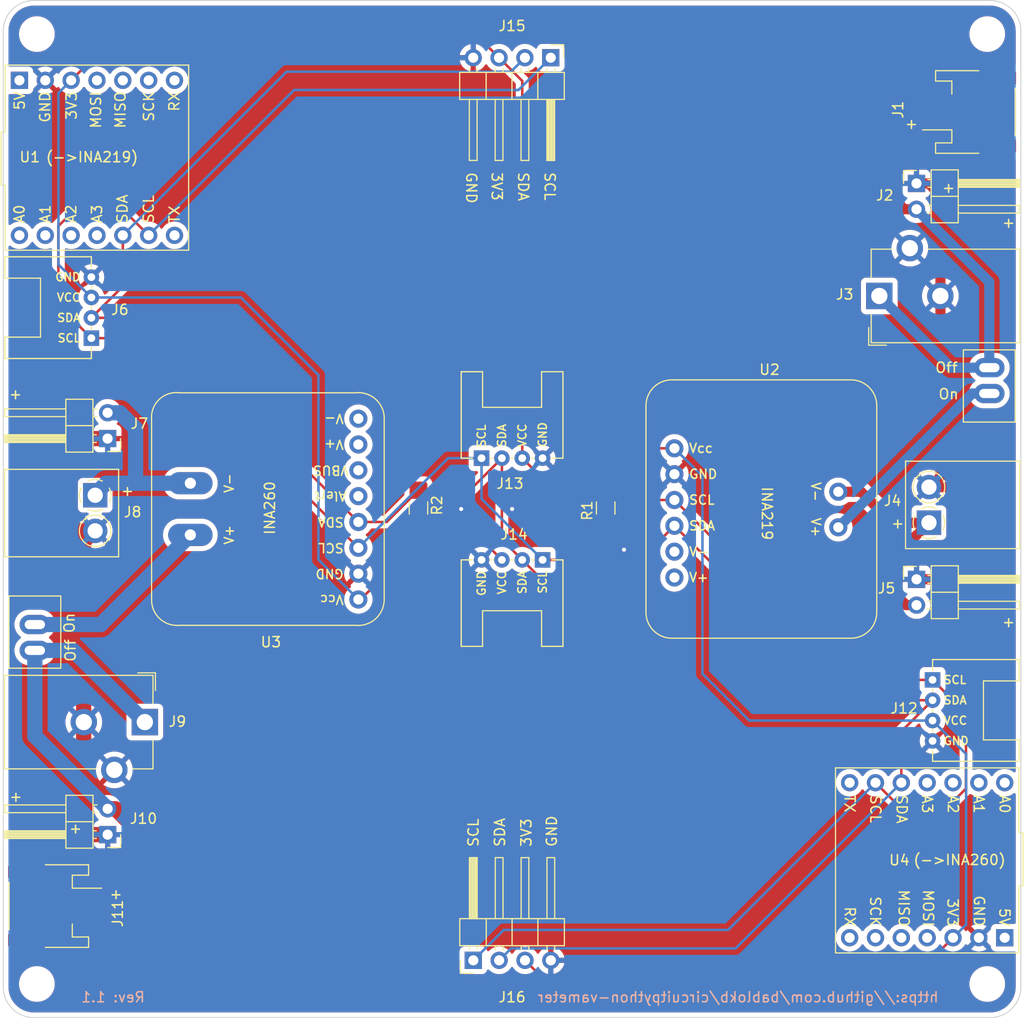
<source format=kicad_pcb>
(kicad_pcb (version 20241229) (generator "pcbnew") (generator_version "9.0")
  (layers (0 "F.Cu" signal) (2 "B.Cu" signal) (13 "F.Paste" user) (15 "B.Paste" user) (5 "F.SilkS" user "F.Silkscreen") (7 "B.SilkS" user "B.Silkscreen") (1 "F.Mask" user) (3 "B.Mask" user) (25 "Edge.Cuts" user))
  (net 0 "")
  (net 1 "GND")
  (net 2 "Net-(J4-Pad1)")
  (net 3 "/SCL")
  (net 4 "/SDA")
  (net 5 "+3V3")
  (net 6 "Net-(J7-Pad2)")
  (net 7 "Net-(SW1-Pad2)")
  (net 8 "Net-(SW2-Pad2)")
  (net 35 "Net-(J1-Pad1)")
  (net 36 "Net-(J10-Pad2)")
  (footprint "user:R_1206_3216_Pad1.7x1.75mm_BB" (layer "F.Cu") (at 133.8 95.14 -90)
    (property "Reference" "R2" (at 0 -1.82 90) (layer "F.SilkS"))
    (property "Value" "1K" (hide yes))
    (pad "1" smd roundrect (at -1.4875 0 270) (size 1.7 1.75) (layers "F.Cu" "F.Mask" "F.Paste") (roundrect_rratio 0.175) (net 4 "/SDA"))
    (pad "2" smd roundrect (at 2.0075 0 270) (size 1.7 1.75) (layers "F.Cu" "F.Mask" "F.Paste") (roundrect_rratio 0.175) (net 5 "+3V3"))
  )
  (footprint "MountingHole:MountingHole_2.5mm" (layer "F.Cu") (at 189.7 142.2)
    (property "Reference" "H3" (hide yes))
    (property "Value" "MountingHole" (hide yes))
    (pad "" np_thru_hole circle (at 0 0) (size 2.5 2.5) (drill 2.5) (layers "*.Cu" "*.Mask"))
  )
  (footprint "user:Qt-Py_ESP32-S2" (layer "F.Cu") (at 191.4145 137.65 -90)
    (property "Reference" "U4" (at -7.62 10.3545 0) (layer "F.SilkS"))
    (property "Value" "Qt-Py-ESP32-S2 INA260" (hide yes))
    (fp_text user "MOSI" (at -1 7.52 270) (layer "F.SilkS") (effects (justify right)))
    (fp_text user "SDA" (at -14.14 10.12 270) (layer "F.SilkS") (effects (justify left)))
    (fp_text user "A3" (at -14.14 7.62 270) (layer "F.SilkS") (effects (justify left)))
    (fp_text user "GND" (at -1 2.52 270) (layer "F.SilkS") (effects (justify right)))
    (fp_text user "RX" (at -1 15.22 270) (layer "F.SilkS") (effects (justify right)))
    (fp_text user "TX" (at -14.14 15.24 270) (layer "F.SilkS") (effects (justify left)))
    (fp_text user "A1" (at -14.14 2.54 270) (layer "F.SilkS") (effects (justify left)))
    (fp_text user "SCK" (at -1 12.72 270) (layer "F.SilkS") (effects (justify right)))
    (fp_text user "5V" (at -1 0.02 270) (layer "F.SilkS") (effects (justify right)))
    (fp_text user "SCL" (at -14.14 12.7 270) (layer "F.SilkS") (effects (justify left)))
    (fp_text user "A2" (at -14.14 5.08 270) (layer "F.SilkS") (effects (justify left)))
    (fp_text user "3V3" (at -1 5.12 270) (layer "F.SilkS") (effects (justify right)))
    (fp_text user "MISO" (at -1 9.92 270) (layer "F.SilkS") (effects (justify right)))
    (fp_text user "A0" (at -14.14 0 270) (layer "F.SilkS") (effects (justify left)))
    (pad "1" thru_hole rect (at 0 0) (size 1.7 1.7) (drill 1) (layers "*.Cu" "*.Mask"))
    (pad "2" thru_hole circle (at 0 2.54) (size 1.7 1.7) (drill 1) (layers "*.Cu" "*.Mask") (net 1 "GND"))
    (pad "3" thru_hole circle (at 0 5.08) (size 1.7 1.7) (drill 1) (layers "*.Cu" "*.Mask") (net 5 "+3V3"))
    (pad "4" thru_hole circle (at 0 7.62) (size 1.7 1.7) (drill 1) (layers "*.Cu" "*.Mask"))
    (pad "5" thru_hole circle (at 0 10.16) (size 1.7 1.7) (drill 1) (layers "*.Cu" "*.Mask"))
    (pad "6" thru_hole circle (at 0 12.7) (size 1.7 1.7) (drill 1) (layers "*.Cu" "*.Mask"))
    (pad "7" thru_hole circle (at 0 15.24) (size 1.7 1.7) (drill 1) (layers "*.Cu" "*.Mask"))
    (pad "8" thru_hole circle (at -15.24 15.24) (size 1.7 1.7) (drill 1) (layers "*.Cu" "*.Mask"))
    (pad "9" thru_hole circle (at -15.24 12.7) (size 1.7 1.7) (drill 1) (layers "*.Cu" "*.Mask") (net 3 "/SCL"))
    (pad "10" thru_hole circle (at -15.24 10.16) (size 1.7 1.7) (drill 1) (layers "*.Cu" "*.Mask") (net 4 "/SDA"))
    (pad "11" thru_hole circle (at -15.24 7.62) (size 1.7 1.7) (drill 1) (layers "*.Cu" "*.Mask"))
    (pad "12" thru_hole circle (at -15.24 5.08) (size 1.7 1.7) (drill 1) (layers "*.Cu" "*.Mask"))
    (pad "13" thru_hole circle (at -15.24 2.54) (size 1.7 1.7) (drill 1) (layers "*.Cu" "*.Mask"))
    (pad "14" thru_hole circle (at -15.24 0) (size 1.7 1.7) (drill 1) (layers "*.Cu" "*.Mask"))
  )
  (footprint "Connector_BarrelJack:BarrelJack_CUI_PJ-102AH_Horizontal" (layer "F.Cu") (at 106.91 116.45 -90)
    (property "Reference" "J9" (at -0.05 -3.2 0) (layer "F.SilkS"))
    (property "Value" "Vin Barrel-Jack" (hide yes))
    (pad "1" thru_hole rect (at 0 0 270) (size 2.6 2.6) (drill 1.6) (layers "*.Cu" "*.Mask") (net 36 "Net-(J10-Pad2)"))
    (pad "2" thru_hole circle (at 0 6 270) (size 2.6 2.6) (drill 1.6) (layers "*.Cu" "*.Mask") (net 1 "GND"))
    (pad "3" thru_hole circle (at 4.7 3 270) (size 2.6 2.6) (drill 1.6) (layers "*.Cu" "*.Mask") (net 1 "GND"))
  )
  (footprint "user:grove_horizontal" (layer "F.Cu") (at 143 90.5 180)
    (property "Reference" "J13" (at 0.2 -2.5 0) (layer "F.SilkS"))
    (property "Value" "Grove Display" (hide yes))
    (fp_text user "GND" (at -3 2.314286 90) (layer "F.SilkS") (effects (font (size 0.8 0.8))))
    (fp_text user "SDA" (at 1 2.219048 90) (layer "F.SilkS") (effects (font (size 0.8 0.8))))
    (fp_text user "SCL" (at 3 2.2 90) (layer "F.SilkS") (effects (font (size 0.8 0.8))))
    (fp_text user "VCC" (at -1 2.238095 90) (layer "F.SilkS") (effects (font (size 0.8 0.8))))
    (pad "1" thru_hole rect (at 3 0 180) (size 1.524 1.524) (drill 0.762) (layers "*.Cu" "*.Mask") (net 3 "/SCL"))
    (pad "2" thru_hole circle (at 1 0 180) (size 1.524 1.524) (drill 0.762) (layers "*.Cu" "*.Mask") (net 4 "/SDA"))
    (pad "3" thru_hole circle (at -1 0 180) (size 1.524 1.524) (drill 0.762) (layers "*.Cu" "*.Mask") (net 5 "+3V3"))
    (pad "4" thru_hole circle (at -3 0 180) (size 1.524 1.524) (drill 0.762) (layers "*.Cu" "*.Mask") (net 1 "GND"))
  )
  (footprint "user:grove_horizontal" (layer "F.Cu") (at 143 100.5)
    (property "Reference" "J14" (at 0.2 -2.5 0) (layer "F.SilkS"))
    (property "Value" "Grove Keypad" (hide yes))
    (fp_text user "SDA" (at 1 2.219048 90) (layer "F.SilkS") (effects (font (size 0.8 0.8))))
    (fp_text user "SCL" (at 3 2.2 90) (layer "F.SilkS") (effects (font (size 0.8 0.8))))
    (fp_text user "VCC" (at -1 2.238095 90) (layer "F.SilkS") (effects (font (size 0.8 0.8))))
    (fp_text user "GND" (at -3 2.314286 90) (layer "F.SilkS") (effects (font (size 0.8 0.8))))
    (pad "1" thru_hole rect (at 3 0) (size 1.524 1.524) (drill 0.762) (layers "*.Cu" "*.Mask") (net 3 "/SCL"))
    (pad "2" thru_hole circle (at 1 0) (size 1.524 1.524) (drill 0.762) (layers "*.Cu" "*.Mask") (net 4 "/SDA"))
    (pad "3" thru_hole circle (at -1 0) (size 1.524 1.524) (drill 0.762) (layers "*.Cu" "*.Mask") (net 5 "+3V3"))
    (pad "4" thru_hole circle (at -3 0) (size 1.524 1.524) (drill 0.762) (layers "*.Cu" "*.Mask") (net 1 "GND"))
  )
  (footprint "MountingHole:MountingHole_2.5mm" (layer "F.Cu") (at 96.3 142.2)
    (property "Reference" "H4" (hide yes))
    (property "Value" "MountingHole" (hide yes))
    (pad "" np_thru_hole circle (at 0 0) (size 2.5 2.5) (drill 2.5) (layers "*.Cu" "*.Mask"))
  )
  (footprint "Connector_PinHeader_2.54mm:PinHeader_1x02_P2.54mm_Horizontal" (layer "F.Cu") (at 182.75 102.41)
    (property "Reference" "J5" (at -2.95 0.89 0) (layer "F.SilkS"))
    (property "Value" "Vout Header*" (hide yes))
    (pad "1" thru_hole rect (at 0 0) (size 1.7 1.7) (drill 1) (layers "*.Cu" "*.Mask") (net 1 "GND"))
    (pad "2" thru_hole oval (at 0 2.54) (size 1.7 1.7) (drill 1) (layers "*.Cu" "*.Mask") (net 2 "Net-(J4-Pad1)"))
  )
  (footprint "user:TerminalBlock_MetzConnect_Type182_PT11302HBBN_1x02_P3.50mm_Horizontal" (layer "F.Cu") (at 183.97022 96.84514 90)
    (property "Reference" "J4" (at 2.15514 -3.58022 180) (layer "F.SilkS"))
    (property "Value" "Vout AKL" (hide yes))
    (pad "1" thru_hole rect (at 0 0 90) (size 2.4 2.4) (drill 1.5) (layers "*.Cu" "*.Mask") (net 2 "Net-(J4-Pad1)"))
    (pad "2" thru_hole circle (at 3.5 0 90) (size 2.4 2.4) (drill 1.5) (layers "*.Cu" "*.Mask") (net 1 "GND"))
  )
  (footprint "Connector_PinHeader_2.54mm:PinHeader_1x04_P2.54mm_Horizontal" (layer "F.Cu") (at 146.8 51.125 -90)
    (property "Reference" "J15" (at -3.125 3.8 180) (layer "F.SilkS"))
    (property "Value" "Conn Display" (hide yes))
    (pad "1" thru_hole rect (at 0 0 270) (size 1.7 1.7) (drill 1) (layers "*.Cu" "*.Mask") (net 3 "/SCL"))
    (pad "2" thru_hole oval (at 0 2.54 270) (size 1.7 1.7) (drill 1) (layers "*.Cu" "*.Mask") (net 4 "/SDA"))
    (pad "3" thru_hole oval (at 0 5.08 270) (size 1.7 1.7) (drill 1) (layers "*.Cu" "*.Mask") (net 5 "+3V3"))
    (pad "4" thru_hole oval (at 0 7.62 270) (size 1.7 1.7) (drill 1) (layers "*.Cu" "*.Mask") (net 1 "GND"))
  )
  (footprint "Connector_PinHeader_2.54mm:PinHeader_1x02_P2.54mm_Horizontal" (layer "F.Cu") (at 103.25 88.575 180)
    (property "Reference" "J7" (at -3.125 1.475 0) (layer "F.SilkS"))
    (property "Value" "Vout Header*" (hide yes))
    (pad "1" thru_hole rect (at 0 0 180) (size 1.7 1.7) (drill 1) (layers "*.Cu" "*.Mask") (net 1 "GND"))
    (pad "2" thru_hole oval (at 0 2.54 180) (size 1.7 1.7) (drill 1) (layers "*.Cu" "*.Mask") (net 6 "Net-(J7-Pad2)"))
  )
  (footprint "user:Kippschalter_On-Off" (layer "F.Cu") (at 96.1 109.4 90)
    (property "Reference" "SW2" (hide yes))
    (property "Value" "SW_SPST" (hide yes))
    (fp_text user "On" (at 2.7 3.4 90) (layer "F.SilkS"))
    (fp_text user "Off" (at 0 3.5 90) (layer "F.SilkS"))
    (pad "1" thru_hole oval (at 0 0 90) (size 1.9 3) (drill oval 0.9 2) (layers "*.Cu" "*.Mask") (net 36 "Net-(J10-Pad2)"))
    (pad "2" thru_hole oval (at 2.54 0 90) (size 1.9 3) (drill oval 0.9 2) (layers "*.Cu" "*.Mask") (net 8 "Net-(SW2-Pad2)"))
  )
  (footprint "user:grove_horizontal" (layer "F.Cu") (at 184.325 115.3 90)
    (property "Reference" "J12" (at 0.2 -2.8 180) (layer "F.SilkS"))
    (property "Value" "Grove Ext. INA260" (hide yes))
    (fp_text user "GND" (at -3 2.314286 0) (layer "F.SilkS") (effects (font (size 0.8 0.8))))
    (fp_text user "SCL" (at 3 2.2 0) (layer "F.SilkS") (effects (font (size 0.8 0.8))))
    (fp_text user "SDA" (at 1 2.219048 0) (layer "F.SilkS") (effects (font (size 0.8 0.8))))
    (fp_text user "VCC" (at -1 2.238095 0) (layer "F.SilkS") (effects (font (size 0.8 0.8))))
    (pad "1" thru_hole rect (at 3 0 90) (size 1.524 1.524) (drill 0.762) (layers "*.Cu" "*.Mask") (net 3 "/SCL"))
    (pad "2" thru_hole circle (at 1 0 90) (size 1.524 1.524) (drill 0.762) (layers "*.Cu" "*.Mask") (net 4 "/SDA"))
    (pad "3" thru_hole circle (at -1 0 90) (size 1.524 1.524) (drill 0.762) (layers "*.Cu" "*.Mask") (net 5 "+3V3"))
    (pad "4" thru_hole circle (at -3 0 90) (size 1.524 1.524) (drill 0.762) (layers "*.Cu" "*.Mask") (net 1 "GND"))
  )
  (footprint "user:INA260-Breakout" (layer "F.Cu") (at 127.892829 104.393445 90)
    (property "Reference" "U3" (at -4.193445 -8.592829 0) (layer "F.SilkS"))
    (property "Value" "INA260_Breakout" (hide yes))
    (fp_text user "GND" (at 2.54 -2.824285 180) (layer "F.SilkS") (effects (font (size 0.9 0.9))))
    (fp_text user "V+" (at 15.24 -2.395714 180) (layer "F.SilkS") (effects (font (size 0.9 0.9))))
    (fp_text user "Vcc" (at -0.01 -2.61 180) (layer "F.SilkS") (effects (font (size 0.9 0.9))))
    (fp_text user "VBUS" (at 12.7 -2.717142 180) (layer "F.SilkS") (effects (font (size 0.9 0.9))))
    (fp_text user "V+" (at 6.35 -12.7 90) (layer "F.SilkS") (effects (font (size 0.9 0.9))))
    (fp_text user "INA260" (at 9 -8.7 90) (layer "F.SilkS"))
    (fp_text user "SDA" (at 7.62 -2.717142 180) (layer "F.SilkS") (effects (font (size 0.9 0.9))))
    (fp_text user "V-" (at 17.78 -2.395714 180) (layer "F.SilkS") (effects (font (size 0.9 0.9))))
    (fp_text user "V-" (at 11.43 -12.7 90) (layer "F.SilkS") (effects (font (size 0.9 0.9))))
    (fp_text user "Alert" (at 10.16 -2.717142 180) (layer "F.SilkS") (effects (font (size 0.9 0.9))))
    (fp_text user "SCL" (at 5.08 -2.695714 180) (layer "F.SilkS") (effects (font (size 0.9 0.9))))
    (pad "1" thru_hole circle (at 0 0 90) (size 1.778 1.778) (drill 1) (layers "*.Cu" "*.Mask") (net 5 "+3V3"))
    (pad "2" thru_hole circle (at 2.54 0 90) (size 1.778 1.778) (drill 1) (layers "*.Cu" "*.Mask") (net 1 "GND"))
    (pad "3" thru_hole circle (at 5.08 0 90) (size 1.778 1.778) (drill 1) (layers "*.Cu" "*.Mask") (net 3 "/SCL"))
    (pad "4" thru_hole circle (at 7.62 0 90) (size 1.778 1.778) (drill 1) (layers "*.Cu" "*.Mask") (net 4 "/SDA"))
    (pad "5" thru_hole circle (at 10.16 0 90) (size 1.778 1.778) (drill 1) (layers "*.Cu" "*.Mask"))
    (pad "6" thru_hole circle (at 12.7 0 90) (size 1.778 1.778) (drill 1) (layers "*.Cu" "*.Mask"))
    (pad "7" thru_hole circle (at 15.24 0 90) (size 1.778 1.778) (drill 1) (layers "*.Cu" "*.Mask"))
    (pad "8" thru_hole circle (at 17.78 0 90) (size 1.778 1.778) (drill 1) (layers "*.Cu" "*.Mask"))
    (pad "9" thru_hole oval (at 6.35 -16.51 180) (size 4.3688 2.1844) (drill 1.1) (layers "*.Cu" "*.Mask") (net 8 "Net-(SW2-Pad2)"))
    (pad "10" thru_hole oval (at 11.43 -16.51 180) (size 4.3688 2.1844) (drill 1.1) (layers "*.Cu" "*.Mask") (net 6 "Net-(J7-Pad2)"))
  )
  (footprint "Connector_JST:JST_PH_S2B-PH-SM4-TB_1x02-1MP_P2.00mm_Horizontal" (layer "F.Cu") (at 98.07 134.54 -90)
    (property "Reference" "J11" (at 0.73 -6.17 270) (layer "F.SilkS"))
    (property "Value" "Vin JST-PH2" (hide yes))
    (pad "1" smd roundrect (at -1 -2.85 270) (size 1 3.5) (layers "F.Cu" "F.Mask" "F.Paste") (net 36 "Net-(J10-Pad2)"))
    (pad "2" smd roundrect (at 1 -2.85 270) (size 1 3.5) (layers "F.Cu" "F.Mask" "F.Paste") (net 1 "GND"))
    (pad "MP" smd roundrect (at -3.35 2.9 270) (size 1.5 3.4) (layers "F.Cu" "F.Mask" "F.Paste") (roundrect_rratio 0.166667))
    (pad "MP" smd roundrect (at 3.35 2.9 270) (size 1.5 3.4) (layers "F.Cu" "F.Mask" "F.Paste") (roundrect_rratio 0.166667))
  )
  (footprint "user:grove_horizontal" (layer "F.Cu") (at 101.655 75.7 -90)
    (property "Reference" "J6" (at 0.2 -2.8 180) (layer "F.SilkS"))
    (property "Value" "Grove Ext. INA219" (hide yes))
    (fp_text user "SCL" (at 3 2.2 0) (layer "F.SilkS") (effects (font (size 0.8 0.8))))
    (fp_text user "VCC" (at -1 2.238095 0) (layer "F.SilkS") (effects (font (size 0.8 0.8))))
    (fp_text user "SDA" (at 1 2.219048 0) (layer "F.SilkS") (effects (font (size 0.8 0.8))))
    (fp_text user "GND" (at -3 2.314286 0) (layer "F.SilkS") (effects (font (size 0.8 0.8))))
    (pad "1" thru_hole rect (at 3 0 270) (size 1.524 1.524) (drill 0.762) (layers "*.Cu" "*.Mask") (net 3 "/SCL"))
    (pad "2" thru_hole circle (at 1 0 270) (size 1.524 1.524) (drill 0.762) (layers "*.Cu" "*.Mask") (net 4 "/SDA"))
    (pad "3" thru_hole circle (at -1 0 270) (size 1.524 1.524) (drill 0.762) (layers "*.Cu" "*.Mask") (net 5 "+3V3"))
    (pad "4" thru_hole circle (at -3 0 270) (size 1.524 1.524) (drill 0.762) (layers "*.Cu" "*.Mask") (net 1 "GND"))
  )
  (footprint "Connector_BarrelJack:BarrelJack_CUI_PJ-102AH_Horizontal" (layer "F.Cu") (at 179.09 74.55 90)
    (property "Reference" "J3" (at 0.15 -3.4 0) (layer "F.SilkS"))
    (property "Value" "Vin Barrel-Jack" (hide yes))
    (pad "1" thru_hole rect (at 0 0 90) (size 2.6 2.6) (drill 1.6) (layers "*.Cu" "*.Mask") (net 35 "Net-(J1-Pad1)"))
    (pad "2" thru_hole circle (at 0 6 90) (size 2.6 2.6) (drill 1.6) (layers "*.Cu" "*.Mask") (net 1 "GND"))
    (pad "3" thru_hole circle (at 4.7 3 90) (size 2.6 2.6) (drill 1.6) (layers "*.Cu" "*.Mask") (net 1 "GND"))
  )
  (footprint "user:TerminalBlock_MetzConnect_Type182_PT11302HBBN_1x02_P3.50mm_Horizontal" (layer "F.Cu") (at 102.02978 94.14486 -90)
    (property "Reference" "J8" (at 1.65514 -3.68022 180) (layer "F.SilkS"))
    (property "Value" "Vout AKL" (hide yes))
    (pad "1" thru_hole rect (at 0 0 270) (size 2.4 2.4) (drill 1.5) (layers "*.Cu" "*.Mask") (net 6 "Net-(J7-Pad2)"))
    (pad "2" thru_hole circle (at 3.5 0 270) (size 2.4 2.4) (drill 1.5) (layers "*.Cu" "*.Mask") (net 1 "GND"))
  )
  (footprint "user:INA219-Breakout" (layer "F.Cu") (at 158.954 89.531 -90)
    (property "Reference" "U2" (at -7.731 -9.346 0) (layer "F.SilkS"))
    (property "Value" "INA219_Breakout" (hide yes))
    (fp_text user "Vcc" (at -0.01 -2.61 0) (layer "F.SilkS") (effects (font (size 0.9 0.9))))
    (fp_text user "SCL" (at 5.08 -2.695714 0) (layer "F.SilkS") (effects (font (size 0.9 0.9))))
    (fp_text user "V-" (at 10.16 -2.395714 0) (layer "F.SilkS") (effects (font (size 0.9 0.9))))
    (fp_text user "V+" (at 12.7 -2.395714 0) (layer "F.SilkS") (effects (font (size 0.9 0.9))))
    (fp_text user "V-" (at 4.269 -13.9 270) (layer "F.SilkS") (effects (font (size 0.9 0.9))))
    (fp_text user "INA219" (at 6.4 -9.1 270) (layer "F.SilkS"))
    (fp_text user "GND" (at 2.54 -2.824285 0) (layer "F.SilkS") (effects (font (size 0.9 0.9))))
    (fp_text user "V+" (at 7.769 -13.9 270) (layer "F.SilkS") (effects (font (size 0.9 0.9))))
    (fp_text user "SDA" (at 7.62 -2.717142 0) (layer "F.SilkS") (effects (font (size 0.9 0.9))))
    (pad "1" thru_hole circle (at 0 0 270) (size 1.778 1.778) (drill 1) (layers "*.Cu" "*.Mask") (net 5 "+3V3"))
    (pad "2" thru_hole circle (at 2.54 0 270) (size 1.778 1.778) (drill 1) (layers "*.Cu" "*.Mask") (net 1 "GND"))
    (pad "3" thru_hole circle (at 5.08 0 270) (size 1.778 1.778) (drill 1) (layers "*.Cu" "*.Mask") (net 3 "/SCL"))
    (pad "4" thru_hole circle (at 7.62 0 270) (size 1.778 1.778) (drill 1) (layers "*.Cu" "*.Mask") (net 4 "/SDA"))
    (pad "5" thru_hole circle (at 10.16 0 270) (size 1.778 1.778) (drill 1) (layers "*.Cu" "*.Mask"))
    (pad "6" thru_hole circle (at 12.7 0 270) (size 1.778 1.778) (drill 1) (layers "*.Cu" "*.Mask"))
    (pad "7" thru_hole circle (at 4.269 -16.106 270) (size 1.778 1.778) (drill 1) (layers "*.Cu" "*.Mask") (net 2 "Net-(J4-Pad1)"))
    (pad "8" thru_hole circle (at 7.769 -16.106 270) (size 1.778 1.778) (drill 1) (layers "*.Cu" "*.Mask") (net 7 "Net-(SW1-Pad2)"))
  )
  (footprint "Connector_JST:JST_PH_S2B-PH-SM4-TB_1x02-1MP_P2.00mm_Horizontal" (layer "F.Cu") (at 187.93 56.46 90)
    (property "Reference" "J1" (at 0.22 -7 90) (layer "F.SilkS"))
    (property "Value" "Vin JST-PH2" (hide yes))
    (pad "1" smd roundrect (at -1 -2.85 90) (size 1 3.5) (layers "F.Cu" "F.Mask" "F.Paste") (net 35 "Net-(J1-Pad1)"))
    (pad "2" smd roundrect (at 1 -2.85 90) (size 1 3.5) (layers "F.Cu" "F.Mask" "F.Paste") (net 1 "GND"))
    (pad "MP" smd roundrect (at -3.35 2.9 90) (size 1.5 3.4) (layers "F.Cu" "F.Mask" "F.Paste") (roundrect_rratio 0.166667))
    (pad "MP" smd roundrect (at 3.35 2.9 90) (size 1.5 3.4) (layers "F.Cu" "F.Mask" "F.Paste") (roundrect_rratio 0.166667))
  )
  (footprint "user:Qt-Py_ESP32-S2" (layer "F.Cu") (at 94.5855 53.35 90)
    (property "Reference" "U1" (at -7.55 1.0145 180) (layer "F.SilkS"))
    (property "Value" "Qt-Py-ESP32-S2 INA219" (hide yes))
    (fp_text user "A1" (at -14.14 2.54 90) (layer "F.SilkS") (effects (justify left)))
    (fp_text user "SCK" (at -1 12.72 90) (layer "F.SilkS") (effects (justify right)))
    (fp_text user "A3" (at -14.14 7.62 90) (layer "F.SilkS") (effects (justify left)))
    (fp_text user "MISO" (at -1 9.92 90) (layer "F.SilkS") (effects (justify right)))
    (fp_text user "TX" (at -14.14 15.24 90) (layer "F.SilkS") (effects (justify left)))
    (fp_text user "A0" (at -14.14 0 90) (layer "F.SilkS") (effects (justify left)))
    (fp_text user "SCL" (at -14.14 12.7 90) (layer "F.SilkS") (effects (justify left)))
    (fp_text user "3V3" (at -1 5.12 90) (layer "F.SilkS") (effects (justify right)))
    (fp_text user "RX" (at -1 15.22 90) (layer "F.SilkS") (effects (justify right)))
    (fp_text user "SDA" (at -14.14 10.12 90) (layer "F.SilkS") (effects (justify left)))
    (fp_text user "GND" (at -1 2.52 90) (layer "F.SilkS") (effects (justify right)))
    (fp_text user "5V" (at -1 0.02 90) (layer "F.SilkS") (effects (justify right)))
    (fp_text user "MOSI" (at -1 7.52 90) (layer "F.SilkS") (effects (justify right)))
    (fp_text user "A2" (at -14.14 5.08 90) (layer "F.SilkS") (effects (justify left)))
    (pad "1" thru_hole rect (at 0 0 180) (size 1.7 1.7) (drill 1) (layers "*.Cu" "*.Mask"))
    (pad "2" thru_hole circle (at 0 2.54 180) (size 1.7 1.7) (drill 1) (layers "*.Cu" "*.Mask") (net 1 "GND"))
    (pad "3" thru_hole circle (at 0 5.08 180) (size 1.7 1.7) (drill 1) (layers "*.Cu" "*.Mask") (net 5 "+3V3"))
    (pad "4" thru_hole circle (at 0 7.62 180) (size 1.7 1.7) (drill 1) (layers "*.Cu" "*.Mask"))
    (pad "5" thru_hole circle (at 0 10.16 180) (size 1.7 1.7) (drill 1) (layers "*.Cu" "*.Mask"))
    (pad "6" thru_hole circle (at 0 12.7 180) (size 1.7 1.7) (drill 1) (layers "*.Cu" "*.Mask"))
    (pad "7" thru_hole circle (at 0 15.24 180) (size 1.7 1.7) (drill 1) (layers "*.Cu" "*.Mask"))
    (pad "8" thru_hole circle (at -15.24 15.24 180) (size 1.7 1.7) (drill 1) (layers "*.Cu" "*.Mask"))
    (pad "9" thru_hole circle (at -15.24 12.7 180) (size 1.7 1.7) (drill 1) (layers "*.Cu" "*.Mask") (net 3 "/SCL"))
    (pad "10" thru_hole circle (at -15.24 10.16 180) (size 1.7 1.7) (drill 1) (layers "*.Cu" "*.Mask") (net 4 "/SDA"))
    (pad "11" thru_hole circle (at -15.24 7.62 180) (size 1.7 1.7) (drill 1) (layers "*.Cu" "*.Mask"))
    (pad "12" thru_hole circle (at -15.24 5.08 180) (size 1.7 1.7) (drill 1) (layers "*.Cu" "*.Mask"))
    (pad "13" thru_hole circle (at -15.24 2.54 180) (size 1.7 1.7) (drill 1) (layers "*.Cu" "*.Mask"))
    (pad "14" thru_hole circle (at -15.24 0 180) (size 1.7 1.7) (drill 1) (layers "*.Cu" "*.Mask"))
  )
  (footprint "user:R_1206_3216_Pad1.7x1.75mm_BB" (layer "F.Cu") (at 152.2 95.66 90)
    (property "Reference" "R1" (at 0 -1.82 90) (layer "F.SilkS"))
    (property "Value" "1K" (hide yes))
    (pad "1" smd roundrect (at -1.4875 0 90) (size 1.7 1.75) (layers "F.Cu" "F.Mask" "F.Paste") (roundrect_rratio 0.175) (net 3 "/SCL"))
    (pad "2" smd roundrect (at 2.0075 0 90) (size 1.7 1.75) (layers "F.Cu" "F.Mask" "F.Paste") (roundrect_rratio 0.175) (net 5 "+3V3"))
  )
  (footprint "MountingHole:MountingHole_2.5mm" (layer "F.Cu") (at 96.3 48.8)
    (property "Reference" "H1" (hide yes))
    (property "Value" "MountingHole" (hide yes))
    (pad "" np_thru_hole circle (at 0 0) (size 2.5 2.5) (drill 2.5) (layers "*.Cu" "*.Mask"))
  )
  (footprint "Connector_PinHeader_2.54mm:PinHeader_1x02_P2.54mm_Horizontal" (layer "F.Cu") (at 182.745 63.485)
    (property "Reference" "J2" (at -3.125 1.175 180) (layer "F.SilkS"))
    (property "Value" "Vin Header*" (hide yes))
    (pad "1" thru_hole rect (at 0 0) (size 1.7 1.7) (drill 1) (layers "*.Cu" "*.Mask") (net 1 "GND"))
    (pad "2" thru_hole oval (at 0 2.54) (size 1.7 1.7) (drill 1) (layers "*.Cu" "*.Mask") (net 35 "Net-(J1-Pad1)"))
  )
  (footprint "Connector_PinHeader_2.54mm:PinHeader_1x04_P2.54mm_Horizontal" (layer "F.Cu") (at 139.19 139.875 90)
    (property "Reference" "J16" (at -3.625 3.81 180) (layer "F.SilkS"))
    (property "Value" "Conn Keypad" (hide yes))
    (pad "1" thru_hole rect (at 0 0 90) (size 1.7 1.7) (drill 1) (layers "*.Cu" "*.Mask") (net 3 "/SCL"))
    (pad "2" thru_hole oval (at 0 2.54 90) (size 1.7 1.7) (drill 1) (layers "*.Cu" "*.Mask") (net 4 "/SDA"))
    (pad "3" thru_hole oval (at 0 5.08 90) (size 1.7 1.7) (drill 1) (layers "*.Cu" "*.Mask") (net 5 "+3V3"))
    (pad "4" thru_hole oval (at 0 7.62 90) (size 1.7 1.7) (drill 1) (layers "*.Cu" "*.Mask") (net 1 "GND"))
  )
  (footprint "Connector_PinHeader_2.54mm:PinHeader_1x02_P2.54mm_Horizontal" (layer "F.Cu") (at 103.255 127.515 180)
    (property "Reference" "J10" (at -3.525 1.575 0) (layer "F.SilkS"))
    (property "Value" "Vin Header*" (hide yes))
    (pad "1" thru_hole rect (at 0 0 180) (size 1.7 1.7) (drill 1) (layers "*.Cu" "*.Mask") (net 1 "GND"))
    (pad "2" thru_hole oval (at 0 2.54 180) (size 1.7 1.7) (drill 1) (layers "*.Cu" "*.Mask") (net 36 "Net-(J10-Pad2)"))
  )
  (footprint "user:Kippschalter_On-Off" (layer "F.Cu") (at 189.9 81.6 -90)
    (property "Reference" "SW1" (hide yes))
    (property "Value" "SW_SPST" (hide yes))
    (fp_text user "Off" (at 0 4.2 0) (layer "F.SilkS"))
    (fp_text user "On" (at 2.6 4 0) (layer "F.SilkS"))
    (pad "1" thru_hole oval (at 0 0 270) (size 1.9 3) (drill oval 0.9 2) (layers "*.Cu" "*.Mask") (net 35 "Net-(J1-Pad1)"))
    (pad "2" thru_hole oval (at 2.54 0 270) (size 1.9 3) (drill oval 0.9 2) (layers "*.Cu" "*.Mask") (net 7 "Net-(SW1-Pad2)"))
  )
  (footprint "MountingHole:MountingHole_2.5mm" (layer "F.Cu") (at 189.7 48.8)
    (property "Reference" "H2" (hide yes))
    (property "Value" "MountingHole" (hide yes))
    (pad "" np_thru_hole circle (at 0 0) (size 2.5 2.5) (drill 2.5) (layers "*.Cu" "*.Mask"))
  )
  (gr_line (start 193 48.5) (end 193 142.5) (stroke (width 0.1)) (layer "Edge.Cuts"))
  (gr_arc (start 193 142.5) (mid 192.12132 144.62132) (end 190 145.5) (stroke (width 0.1)) (layer "Edge.Cuts"))
  (gr_arc (start 93 48.5) (mid 93.87868 46.37868) (end 96 45.5) (stroke (width 0.1)) (layer "Edge.Cuts"))
  (gr_arc (start 190 45.5) (mid 192.12132 46.37868) (end 193 48.5) (stroke (width 0.1)) (layer "Edge.Cuts"))
  (gr_line (start 93 48.5) (end 93 142.5) (stroke (width 0.1)) (layer "Edge.Cuts"))
  (gr_line (start 96 45.5) (end 190 45.5) (stroke (width 0.1)) (layer "Edge.Cuts"))
  (gr_line (start 190 145.5) (end 96 145.5) (stroke (width 0.1)) (layer "Edge.Cuts"))
  (gr_arc (start 96 145.5) (mid 93.87868 144.62132) (end 93 142.5) (stroke (width 0.1)) (layer "Edge.Cuts"))
  (gr_text "+" (at 191.8 67.33 0) (layer "F.SilkS") (effects (font (size 1 1))))
  (gr_text "3V3" (at 144.4 128.8 90) (layer "F.SilkS") (effects (font (size 1 1)) (justify left)))
  (gr_text "GND" (at 139 62.3 270) (layer "F.SilkS") (effects (font (size 1 1)) (justify left)))
  (gr_text "SCL" (at 139.2 128.8 90) (layer "F.SilkS") (effects (font (size 1 1)) (justify left)))
  (gr_text "+" (at 94.2 84.2 0) (layer "F.SilkS") (effects (font (size 1 1))))
  (gr_text "(->INA219)" (at 97.1 60.9 0) (layer "F.SilkS") (effects (font (size 1 1)) (justify left)))
  (gr_text "3V3" (at 141.5 62.3 270) (layer "F.SilkS") (effects (font (size 1 1)) (justify left)))
  (gr_text "SDA" (at 141.8 128.8 90) (layer "F.SilkS") (effects (font (size 1 1)) (justify left)))
  (gr_text "+" (at 100.1 126.9 0) (layer "F.SilkS") (effects (font (size 1 1))))
  (gr_text "(->INA260)" (at 191.6 130 0) (layer "F.SilkS") (effects (font (size 1 1)) (justify right)))
  (gr_text "+" (at 180.9 96.9 0) (layer "F.SilkS") (effects (font (size 1 1))))
  (gr_text "+" (at 105.2 93.7 0) (layer "F.SilkS") (effects (font (size 1 1))))
  (gr_text "+" (at 191.8 106.6 0) (layer "F.SilkS") (effects (font (size 1 1))))
  (gr_text "SDA" (at 144.1 62.3 270) (layer "F.SilkS") (effects (font (size 1 1)) (justify left)))
  (gr_text "+" (at 104.08 133.36 0) (layer "F.SilkS") (effects (font (size 1 1))))
  (gr_text "GND" (at 146.9 128.8 90) (layer "F.SilkS") (effects (font (size 1 1)) (justify left)))
  (gr_text "SCL" (at 146.7 62.3 270) (layer "F.SilkS") (effects (font (size 1 1)) (justify left)))
  (gr_text "+" (at 185.9 63.9 0) (layer "F.SilkS") (effects (font (size 1 1))))
  (gr_text "+" (at 182.25 57.62 0) (layer "F.SilkS") (effects (font (size 1 1))))
  (gr_text "+" (at 94.24 123.77 0) (layer "F.SilkS") (effects (font (size 1 1))))
  (gr_text "Rev: 1.1" (at 107 143.5 0) (layer "B.SilkS") (effects (font (size 1 1)) (justify left mirror)))
  (gr_text "https://github.com/bablokb/circuitpython-vameter" (at 185 143.5 0) (layer "B.SilkS") (effects (font (size 1 1)) (justify left mirror)))
  (segment (start 100.9 98.66464) (end 100.9 127.51) (width 1.5) (layer "F.Cu") (net 1))
  (segment (start 100.9 127.51) (end 100.905 127.515) (width 1.5) (layer "F.Cu") (net 1))
  (segment (start 185.02 102.41) (end 188.425 99.005) (width 1) (layer "F.Cu") (net 1))
  (segment (start 185.1 92.33536) (end 185.1 64.65) (width 1) (layer "F.Cu") (net 1))
  (segment (start 97.575 94.997136) (end 100.222724 97.64486) (width 1.5) (layer "F.Cu") (net 1))
  (segment (start 185.85514 93.35514) (end 184.08022 93.35514) (width 1) (layer "F.Cu") (net 1))
  (segment (start 185.1 64.65) (end 183.935 63.485) (width 1) (layer "F.Cu") (net 1))
  (segment (start 100.625 88.575) (end 97.575 91.625) (width 1.5) (layer "F.Cu") (net 1))
  (segment (start 97.575 91.625) (end 97.575 94.997136) (width 1.5) (layer "F.Cu") (net 1))
  (segment (start 100.222724 97.64486) (end 101.91978 97.64486) (width 1.5) (layer "F.Cu") (net 1))
  (segment (start 183.935 63.485) (end 182.745 63.485) (width 1) (layer "F.Cu") (net 1))
  (segment (start 103.25 88.575) (end 100.625 88.575) (width 1.5) (layer "F.Cu") (net 1))
  (segment (start 184.08022 93.35514) (end 185.1 92.33536) (width 1) (layer "F.Cu") (net 1))
  (segment (start 100.905 127.515) (end 103.255 127.515) (width 1.5) (layer "F.Cu") (net 1))
  (segment (start 101.91978 97.64486) (end 100.9 98.66464) (width 1.5) (layer "F.Cu") (net 1))
  (segment (start 188.425 99.005) (end 188.425 95.925) (width 1) (layer "F.Cu") (net 1))
  (segment (start 182.75 102.41) (end 185.02 102.41) (width 1) (layer "F.Cu") (net 1))
  (segment (start 188.425 95.925) (end 185.85514 93.35514) (width 1) (layer "F.Cu") (net 1))
  (via (at 138 95.5) (size 0.8) (drill 0.4) (layers "F.Cu" "B.Cu") (net 1))
  (via (at 154 99.5) (size 0.8) (drill 0.4) (layers "F.Cu" "B.Cu") (net 1))
  (via (at 143 95.5) (size 0.8) (drill 0.4) (layers "F.Cu" "B.Cu") (net 1))
  (segment (start 180.11 100.70536) (end 180.11 103.32) (width 1) (layer "F.Cu") (net 2))
  (segment (start 177.3 93.8) (end 180.35514 96.85514) (width 1) (layer "F.Cu") (net 2))
  (segment (start 180.11 103.32) (end 181.74 104.95) (width 1) (layer "F.Cu") (net 2))
  (segment (start 180.35514 96.85514) (end 184.08022 96.85514) (width 1) (layer "F.Cu") (net 2))
  (segment (start 183.97022 96.84514) (end 180.11 100.70536) (width 1) (layer "F.Cu") (net 2))
  (segment (start 181.74 104.95) (end 182.75 104.95) (width 1) (layer "F.Cu") (net 2))
  (segment (start 175.06 93.8) (end 177.3 93.8) (width 1) (layer "F.Cu") (net 2))
  (segment (start 146 100.5) (end 148.8475 100.5) (width 0.25) (layer "F.Cu") (net 3))
  (segment (start 180.4545 124.15) (end 186.446488 124.15) (width 0.25) (layer "F.Cu") (net 3))
  (segment (start 107.279384 78.7) (end 127.892829 99.313445) (width 0.25) (layer "F.Cu") (net 3))
  (segment (start 187.61 115.585) (end 184.325 112.3) (width 0.25) (layer "F.Cu") (net 3))
  (segment (start 176.643 112.3) (end 158.954 94.611) (width 0.25) (layer "F.Cu") (net 3))
  (segment (start 154.7365 94.611) (end 158.954 94.611) (width 0.25) (layer "F.Cu") (net 3))
  (segment (start 187.61 122.986488) (end 187.61 115.585) (width 0.25) (layer "F.Cu") (net 3))
  (segment (start 105.4655 66.77) (end 99.32 66.77) (width 0.25) (layer "F.Cu") (net 3))
  (segment (start 186.446488 124.15) (end 187.61 122.986488) (width 0.25) (layer "F.Cu") (net 3))
  (segment (start 148.8475 100.5) (end 152.2 97.1475) (width 0.25) (layer "F.Cu") (net 3))
  (segment (start 98.41 67.68) (end 98.41 75.455) (width 0.25) (layer "F.Cu") (net 3))
  (segment (start 99.32 66.77) (end 98.41 67.68) (width 0.25) (layer "F.Cu") (net 3))
  (segment (start 107.2855 68.59) (end 105.4655 66.77) (width 0.25) (layer "F.Cu") (net 3))
  (segment (start 98.41 75.455) (end 101.655 78.7) (width 0.25) (layer "F.Cu") (net 3))
  (segment (start 101.655 78.7) (end 107.279384 78.7) (width 0.25) (layer "F.Cu") (net 3))
  (segment (start 184.325 112.3) (end 176.643 112.3) (width 0.25) (layer "F.Cu") (net 3))
  (segment (start 178.7145 122.41) (end 180.4545 124.15) (width 0.25) (layer "F.Cu") (net 3))
  (segment (start 152.2 97.1475) (end 154.7365 94.611) (width 0.25) (layer "F.Cu") (net 3))
  (segment (start 146.8 51.125) (end 143.625 54.3) (width 0.25) (layer "B.Cu") (net 3))
  (segment (start 164.2345 136.89) (end 142.175 136.89) (width 0.25) (layer "B.Cu") (net 3))
  (segment (start 142.175 136.89) (end 139.19 139.875) (width 0.25) (layer "B.Cu") (net 3))
  (segment (start 121.5755 54.3) (end 107.2855 68.59) (width 0.25) (layer "B.Cu") (net 3))
  (segment (start 178.7145 122.41) (end 164.2345 136.89) (width 0.25) (layer "B.Cu") (net 3))
  (segment (start 140 90.5) (end 140 94.5) (width 0.25) (layer "B.Cu") (net 3))
  (segment (start 143.625 54.3) (end 121.5755 54.3) (width 0.25) (layer "B.Cu") (net 3))
  (segment (start 140 94.5) (end 146 100.5) (width 0.25) (layer "B.Cu") (net 3))
  (segment (start 140 90.5) (end 136.706274 90.5) (width 0.25) (layer "B.Cu") (net 3))
  (segment (start 136.706274 90.5) (end 127.892829 99.313445) (width 0.25) (layer "B.Cu") (net 3))
  (segment (start 142 98.5) (end 144 100.5) (width 0.25) (layer "F.Cu") (net 4))
  (segment (start 107.819384 76.7) (end 127.892829 96.773445) (width 0.25) (layer "F.Cu") (net 4))
  (segment (start 181.2545 122.41) (end 181.2545 117.3705) (width 0.25) (layer "F.Cu") (net 4))
  (segment (start 144 100.5) (end 146 102.5) (width 0.25) (layer "F.Cu") (net 4))
  (segment (start 127.892829 96.773445) (end 130.679055 96.773445) (width 0.25) (layer "F.Cu") (net 4))
  (segment (start 138.8475 93.6525) (end 142 90.5) (width 0.25) (layer "F.Cu") (net 4))
  (segment (start 181.2545 117.3705) (end 184.325 114.3) (width 0.25) (layer "F.Cu") (net 4))
  (segment (start 176.103 114.3) (end 158.954 97.151) (width 0.25) (layer "F.Cu") (net 4))
  (segment (start 130.679055 96.773445) (end 133.8 93.6525) (width 0.25) (layer "F.Cu") (net 4))
  (segment (start 153.605 102.5) (end 158.954 97.151) (width 0.25) (layer "F.Cu") (net 4))
  (segment (start 184.325 114.3) (end 176.103 114.3) (width 0.25) (layer "F.Cu") (net 4))
  (segment (start 133.8 93.6525) (end 138.8475 93.6525) (width 0.25) (layer "F.Cu") (net 4))
  (segment (start 101.655 76.7) (end 107.819384 76.7) (width 0.25) (layer "F.Cu") (net 4))
  (segment (start 142 90.5) (end 142 98.5) (width 0.25) (layer "F.Cu") (net 4))
  (segment (start 104.7455 73.6095) (end 101.655 76.7) (width 0.25) (layer "F.Cu") (net 4))
  (segment (start 104.7455 68.59) (end 104.7455 73.6095) (width 0.25) (layer "F.Cu") (net 4))
  (segment (start 146 102.5) (end 153.605 102.5) (width 0.25) (layer "F.Cu") (net 4))
  (segment (start 142.885 52.5) (end 120.8355 52.5) (width 0.25) (layer "B.Cu") (net 4))
  (segment (start 142.904511 138.700489) (end 164.964011 138.700489) (width 0.25) (layer "B.Cu") (net 4))
  (segment (start 144.26 51.125) (end 142.885 52.5) (width 0.25) (layer "B.Cu") (net 4))
  (segment (start 120.8355 52.5) (end 104.7455 68.59) (width 0.25) (layer "B.Cu") (net 4))
  (segment (start 141.73 139.875) (end 142.904511 138.700489) (width 0.25) (layer "B.Cu") (net 4))
  (segment (start 164.964011 138.700489) (end 181.2545 122.41) (width 0.25) (layer "B.Cu") (net 4))
  (segment (start 156.3215 89.531) (end 158.954 89.531) (width 0.25) (layer "F.Cu") (net 5))
  (segment (start 138.795 48.2) (end 104.8155 48.2) (width 0.25) (layer "F.Cu") (net 5))
  (segment (start 141.72 51.125) (end 138.795 48.2) (width 0.25) (layer "F.Cu") (net 5))
  (segment (start 128.106555 104.393445) (end 133.8 98.7) (width 0.25) (layer "F.Cu") (net 5))
  (segment (start 104.8155 48.2) (end 99.6655 53.35) (width 0.25) (layer "F.Cu") (net 5))
  (segment (start 152.2 93.6525) (end 156.3215 89.531) (width 0.25) (layer "F.Cu") (net 5))
  (segment (start 144 90.5) (end 147.1525 93.6525) (width 0.25) (layer "F.Cu") (net 5))
  (segment (start 138.6475 97.1475) (end 142 100.5) (width 0.25) (layer "F.Cu") (net 5))
  (segment (start 144 53.405) (end 141.72 51.125) (width 0.25) (layer "F.Cu") (net 5))
  (segment (start 133.8 98.7) (end 133.8 97.1475) (width 0.25) (layer "F.Cu") (net 5))
  (segment (start 186.3345 137.65) (end 180.2845 143.7) (width 0.25) (layer "F.Cu") (net 5))
  (segment (start 147.1525 93.6525) (end 152.2 93.6525) (width 0.25) (layer "F.Cu") (net 5))
  (segment (start 127.892829 104.393445) (end 128.106555 104.393445) (width 0.25) (layer "F.Cu") (net 5))
  (segment (start 144 90.5) (end 144 53.405) (width 0.25) (layer "F.Cu") (net 5))
  (segment (start 148.095 143.7) (end 144.27 139.875) (width 0.25) (layer "F.Cu") (net 5))
  (segment (start 180.2845 143.7) (end 148.095 143.7) (width 0.25) (layer "F.Cu") (net 5))
  (segment (start 133.8 97.1475) (end 138.6475 97.1475) (width 0.25) (layer "F.Cu") (net 5))
  (segment (start 98.42 54.5955) (end 98.42 71.465) (width 0.25) (layer "B.Cu") (net 5))
  (segment (start 99.6655 53.35) (end 98.42 54.5955) (width 0.25) (layer "B.Cu") (net 5))
  (segment (start 123.97 82.32) (end 116.35 74.7) (width 0.25) (layer "B.Cu") (net 5))
  (segment (start 186.3345 137.65) (end 187.62 136.3645) (width 0.25) (layer "B.Cu") (net 5))
  (segment (start 123.97 100.470616) (end 123.97 82.32) (width 0.25) (layer "B.Cu") (net 5))
  (segment (start 161.71 92.287) (end 161.71 111.7) (width 0.25) (layer "B.Cu") (net 5))
  (segment (start 98.42 71.465) (end 101.655 74.7) (width 0.25) (layer "B.Cu") (net 5))
  (segment (start 127.892829 104.393445) (end 123.97 100.470616) (width 0.25) (layer "B.Cu") (net 5))
  (segment (start 187.62 136.3645) (end 187.62 119.595) (width 0.25) (layer "B.Cu") (net 5))
  (segment (start 161.71 111.7) (end 166.31 116.3) (width 0.25) (layer "B.Cu") (net 5))
  (segment (start 116.35 74.7) (end 101.655 74.7) (width 0.25) (layer "B.Cu") (net 5))
  (segment (start 187.62 119.595) (end 184.325 116.3) (width 0.25) (layer "B.Cu") (net 5))
  (segment (start 166.31 116.3) (end 184.325 116.3) (width 0.25) (layer "B.Cu") (net 5))
  (segment (start 158.954 89.531) (end 161.71 92.287) (width 0.25) (layer "B.Cu") (net 5))
  (segment (start 105.936555 92.963445) (end 103.101195 92.963445) (width 1.5) (layer "B.Cu") (net 6))
  (segment (start 106 92.9) (end 105.936555 92.963445) (width 1.5) (layer "B.Cu") (net 6))
  (segment (start 103.25 86.035) (end 104.452081 86.035) (width 1.5) (layer "B.Cu") (net 6))
  (segment (start 103.101195 92.963445) (end 101.91978 94.14486) (width 1.5) (layer "B.Cu") (net 6))
  (segment (start 104.452081 86.035) (end 106 87.582919) (width 1.5) (layer "B.Cu") (net 6))
  (segment (start 106 87.582919) (end 106 92.9) (width 1.5) (layer "B.Cu") (net 6))
  (segment (start 111.382829 92.963445) (end 105.936555 92.963445) (width 1.5) (layer "B.Cu") (net 6))
  (segment (start 189.9 84.14) (end 188.22 84.14) (width 1) (layer "B.Cu") (net 7))
  (segment (start 188.22 84.14) (end 175.06 97.3) (width 1) (layer "B.Cu") (net 7))
  (segment (start 102.566274 106.86) (end 111.382829 98.043445) (width 1.5) (layer "B.Cu") (net 8))
  (segment (start 96.1 106.86) (end 102.566274 106.86) (width 1.5) (layer "B.Cu") (net 8))
  (segment (start 180.15 59.53) (end 182.22 57.46) (width 1) (layer "F.Cu") (net 35))
  (segment (start 181.542919 66.025) (end 180.15 64.632081) (width 1) (layer "F.Cu") (net 35))
  (segment (start 182.22 57.46) (end 185.08 57.46) (width 1) (layer "F.Cu") (net 35))
  (segment (start 180.15 64.632081) (end 180.15 59.53) (width 1) (layer "F.Cu") (net 35))
  (segment (start 182.745 66.025) (end 181.542919 66.025) (width 1) (layer "F.Cu") (net 35))
  (segment (start 189.9 81.6) (end 189.9 73.18) (width 1) (layer "B.Cu") (net 35))
  (segment (start 186.14 81.6) (end 179.09 74.55) (width 1) (layer "B.Cu") (net 35))
  (segment (start 189.9 73.18) (end 182.745 66.025) (width 1) (layer "B.Cu") (net 35))
  (segment (start 189.9 81.6) (end 186.14 81.6) (width 1) (layer "B.Cu") (net 35))
  (segment (start 107.64 128.6) (end 107.64 132.51) (width 1.5) (layer "F.Cu") (net 36))
  (segment (start 106.61 133.54) (end 100.92 133.54) (width 1.5) (layer "F.Cu") (net 36))
  (segment (start 107.64 132.51) (end 106.61 133.54) (width 1.5) (layer "F.Cu") (net 36))
  (segment (start 104.015 124.975) (end 107.64 128.6) (width 1.5) (layer "F.Cu") (net 36))
  (segment (start 103.255 124.975) (end 104.015 124.975) (width 1.5) (layer "F.Cu") (net 36))
  (segment (start 96.1 117.82) (end 103.255 124.975) (width 1.5) (layer "B.Cu") (net 36))
  (segment (start 96.1 109.4) (end 96.1 117.82) (width 1.5) (layer "B.Cu") (net 36))
  (segment (start 99.86 109.4) (end 106.91 116.45) (width 1.5) (layer "B.Cu") (net 36))
  (segment (start 96.1 109.4) (end 99.86 109.4) (width 1.5) (layer "B.Cu") (net 36))
  (zone (net 1) (net_name "GND") (layer "F.Cu") (connect_pads (clearance 0.508)) (min_thickness 0.254) (fill yes (thermal_gap 0.508) (thermal_bridge_width 0.508))
    (polygon (pts (xy 193 145.5) (xy 93 145.5) (xy 93 45.5) (xy 193 45.5)))
  )
  (zone (net 1) (net_name "GND") (layer "B.Cu") (connect_pads (clearance 0.508)) (min_thickness 0.254) (fill yes (thermal_gap 0.508) (thermal_bridge_width 0.508))
    (polygon (pts (xy 193 145.5) (xy 93 145.5) (xy 93 45.5) (xy 193 45.5)))
  )
)
</source>
